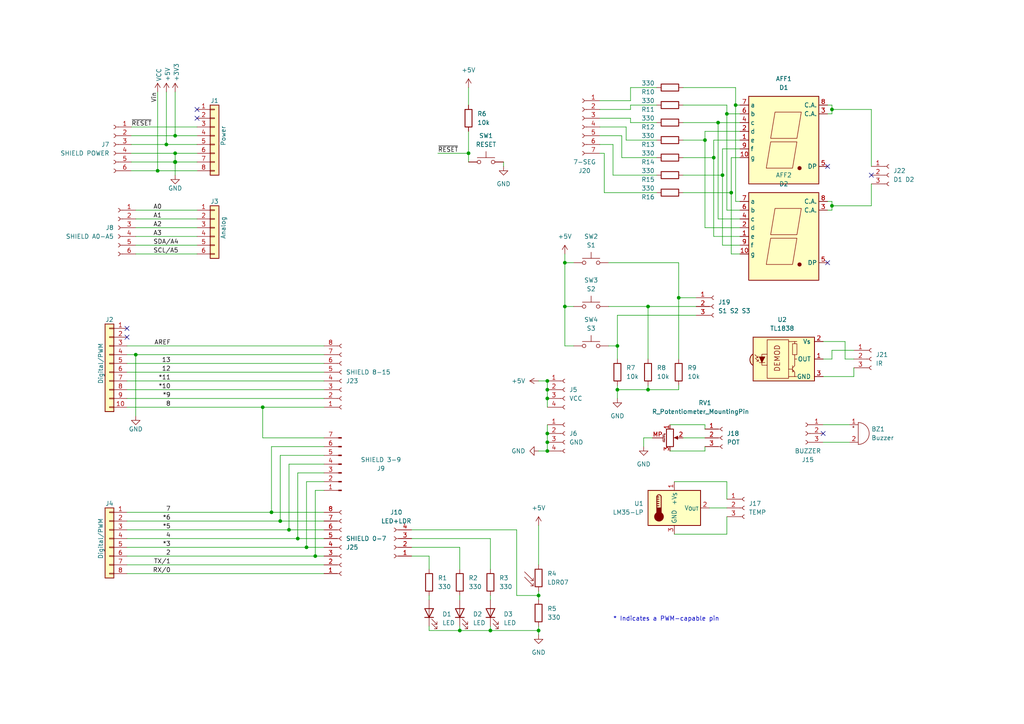
<source format=kicad_sch>
(kicad_sch (version 20230121) (generator eeschema)
  (paper "A4")
  (title_block (date "mar. 31 mars 2015"))
  (lib_symbols
    (symbol "Connector:Conn_01x03_Socket" (pin_names (offset 1.016) hide)
      (property "Reference" "J" (at 0 5.08 0))
      (property "Value" "Conn_01x03_Socket" (at 0 -5.08 0))
      (symbol "Conn_01x03_Socket_1_1"
        (pin passive line (at -5.08 2.54 0) (length 3.81) (name "Pin_1") (number "1"))
        (pin passive line (at -5.08 0 0) (length 3.81) (name "Pin_2") (number "2"))
        (pin passive line (at -5.08 -2.54 0) (length 3.81) (name "Pin_3") (number "3"))
      )
    )
    (symbol "Connector:Conn_01x04_Socket" (pin_names (offset 1.016) hide)
      (property "Reference" "J" (at 0 5.08 0))
      (property "Value" "Conn_01x04_Socket" (at 0 -7.62 0))
      (symbol "Conn_01x04_Socket_1_1"
        (pin passive line (at -5.08 2.54 0) (length 3.81) (name "Pin_1") (number "1"))
        (pin passive line (at -5.08 0 0) (length 3.81) (name "Pin_2") (number "2"))
        (pin passive line (at -5.08 -2.54 0) (length 3.81) (name "Pin_3") (number "3"))
        (pin passive line (at -5.08 -5.08 0) (length 3.81) (name "Pin_4") (number "4"))
      )
    )
    (symbol "Connector:Conn_01x06_Socket" (pin_names (offset 1.016) hide)
      (property "Reference" "J" (at 0 7.62 0))
      (property "Value" "Conn_01x06_Socket" (at 0 -10.16 0))
      (symbol "Conn_01x06_Socket_1_1"
        (pin passive line (at -5.08 5.08 0) (length 3.81) (name "Pin_1") (number "1"))
        (pin passive line (at -5.08 2.54 0) (length 3.81) (name "Pin_2") (number "2"))
        (pin passive line (at -5.08 0 0) (length 3.81) (name "Pin_3") (number "3"))
        (pin passive line (at -5.08 -2.54 0) (length 3.81) (name "Pin_4") (number "4"))
        (pin passive line (at -5.08 -5.08 0) (length 3.81) (name "Pin_5") (number "5"))
        (pin passive line (at -5.08 -7.62 0) (length 3.81) (name "Pin_6") (number "6"))
      )
    )
    (symbol "Connector:Conn_01x07_Pin" (pin_names (offset 1.016) hide)
      (property "Reference" "J" (at 0 10.16 0))
      (property "Value" "Conn_01x07_Pin" (at 0 -10.16 0))
      (symbol "Conn_01x07_Pin_1_1"
        (pin passive line (at 5.08 7.62 180) (length 3.81) (name "Pin_1") (number "1"))
        (pin passive line (at 5.08 5.08 180) (length 3.81) (name "Pin_2") (number "2"))
        (pin passive line (at 5.08 2.54 180) (length 3.81) (name "Pin_3") (number "3"))
        (pin passive line (at 5.08 0 180) (length 3.81) (name "Pin_4") (number "4"))
        (pin passive line (at 5.08 -2.54 180) (length 3.81) (name "Pin_5") (number "5"))
        (pin passive line (at 5.08 -5.08 180) (length 3.81) (name "Pin_6") (number "6"))
        (pin passive line (at 5.08 -7.62 180) (length 3.81) (name "Pin_7") (number "7"))
      )
    )
    (symbol "Connector:Conn_01x07_Socket" (pin_names (offset 1.016) hide)
      (property "Reference" "J" (at 0 10.16 0))
      (property "Value" "Conn_01x07_Socket" (at 0 -10.16 0))
      (symbol "Conn_01x07_Socket_1_1"
        (pin passive line (at -5.08 7.62 0) (length 3.81) (name "Pin_1") (number "1"))
        (pin passive line (at -5.08 5.08 0) (length 3.81) (name "Pin_2") (number "2"))
        (pin passive line (at -5.08 2.54 0) (length 3.81) (name "Pin_3") (number "3"))
        (pin passive line (at -5.08 0 0) (length 3.81) (name "Pin_4") (number "4"))
        (pin passive line (at -5.08 -2.54 0) (length 3.81) (name "Pin_5") (number "5"))
        (pin passive line (at -5.08 -5.08 0) (length 3.81) (name "Pin_6") (number "6"))
        (pin passive line (at -5.08 -7.62 0) (length 3.81) (name "Pin_7") (number "7"))
      )
    )
    (symbol "Connector:Conn_01x08_Socket" (pin_names (offset 1.016) hide)
      (property "Reference" "J" (at 0 10.16 0))
      (property "Value" "Conn_01x08_Socket" (at 0 -12.7 0))
      (symbol "Conn_01x08_Socket_1_1"
        (pin passive line (at -5.08 7.62 0) (length 3.81) (name "Pin_1") (number "1"))
        (pin passive line (at -5.08 5.08 0) (length 3.81) (name "Pin_2") (number "2"))
        (pin passive line (at -5.08 2.54 0) (length 3.81) (name "Pin_3") (number "3"))
        (pin passive line (at -5.08 0 0) (length 3.81) (name "Pin_4") (number "4"))
        (pin passive line (at -5.08 -2.54 0) (length 3.81) (name "Pin_5") (number "5"))
        (pin passive line (at -5.08 -5.08 0) (length 3.81) (name "Pin_6") (number "6"))
        (pin passive line (at -5.08 -7.62 0) (length 3.81) (name "Pin_7") (number "7"))
        (pin passive line (at -5.08 -10.16 0) (length 3.81) (name "Pin_8") (number "8"))
      )
    )
    (symbol "Connector_Generic:Conn_01x06" (pin_names (offset 1.016) hide)
      (property "Reference" "J" (at 0 7.62 0))
      (property "Value" "Conn_01x06" (at 0 -10.16 0))
      (symbol "Conn_01x06_1_1"
        (pin passive line (at -5.08 5.08 0) (length 3.81) (name "Pin_1") (number "1"))
        (pin passive line (at -5.08 2.54 0) (length 3.81) (name "Pin_2") (number "2"))
        (pin passive line (at -5.08 0 0) (length 3.81) (name "Pin_3") (number "3"))
        (pin passive line (at -5.08 -2.54 0) (length 3.81) (name "Pin_4") (number "4"))
        (pin passive line (at -5.08 -5.08 0) (length 3.81) (name "Pin_5") (number "5"))
        (pin passive line (at -5.08 -7.62 0) (length 3.81) (name "Pin_6") (number "6"))
      )
    )
    (symbol "Connector_Generic:Conn_01x08" (pin_names (offset 1.016) hide)
      (property "Reference" "J" (at 0 10.16 0))
      (property "Value" "Conn_01x08" (at 0 -12.7 0))
      (symbol "Conn_01x08_1_1"
        (pin passive line (at -5.08 7.62 0) (length 3.81) (name "Pin_1") (number "1"))
        (pin passive line (at -5.08 5.08 0) (length 3.81) (name "Pin_2") (number "2"))
        (pin passive line (at -5.08 2.54 0) (length 3.81) (name "Pin_3") (number "3"))
        (pin passive line (at -5.08 0 0) (length 3.81) (name "Pin_4") (number "4"))
        (pin passive line (at -5.08 -2.54 0) (length 3.81) (name "Pin_5") (number "5"))
        (pin passive line (at -5.08 -5.08 0) (length 3.81) (name "Pin_6") (number "6"))
        (pin passive line (at -5.08 -7.62 0) (length 3.81) (name "Pin_7") (number "7"))
        (pin passive line (at -5.08 -10.16 0) (length 3.81) (name "Pin_8") (number "8"))
      )
    )
    (symbol "Connector_Generic:Conn_01x10" (pin_names (offset 1.016) hide)
      (property "Reference" "J" (at 0 12.7 0))
      (property "Value" "Conn_01x10" (at 0 -15.24 0))
      (symbol "Conn_01x10_1_1"
        (pin passive line (at -5.08 10.16 0) (length 3.81) (name "Pin_1") (number "1"))
        (pin passive line (at -5.08 -12.7 0) (length 3.81) (name "Pin_10") (number "10"))
        (pin passive line (at -5.08 7.62 0) (length 3.81) (name "Pin_2") (number "2"))
        (pin passive line (at -5.08 5.08 0) (length 3.81) (name "Pin_3") (number "3"))
        (pin passive line (at -5.08 2.54 0) (length 3.81) (name "Pin_4") (number "4"))
        (pin passive line (at -5.08 0 0) (length 3.81) (name "Pin_5") (number "5"))
        (pin passive line (at -5.08 -2.54 0) (length 3.81) (name "Pin_6") (number "6"))
        (pin passive line (at -5.08 -5.08 0) (length 3.81) (name "Pin_7") (number "7"))
        (pin passive line (at -5.08 -7.62 0) (length 3.81) (name "Pin_8") (number "8"))
        (pin passive line (at -5.08 -10.16 0) (length 3.81) (name "Pin_9") (number "9"))
      )
    )
    (symbol "Device:Buzzer" (pin_names (offset 0.0254) hide)
      (property "Reference" "BZ" (at 3.81 1.27 0))
      (property "Value" "Buzzer" (at 3.81 -1.27 0))
      (symbol "Buzzer_1_1"
        (pin passive line (at -2.54 2.54 0) (length 2.54) (name "-") (number "1"))
        (pin passive line (at -2.54 -2.54 0) (length 2.54) (name "+") (number "2"))
      )
    )
    (symbol "Device:LED" (pin_numbers hide) (pin_names (offset 1.016) hide)
      (property "Reference" "D" (at 0 2.54 0))
      (property "Value" "LED" (at 0 -2.54 0))
      (symbol "LED_1_1"
        (pin passive line (at -3.81 0 0) (length 2.54) (name "K") (number "1"))
        (pin passive line (at 3.81 0 180) (length 2.54) (name "A") (number "2"))
      )
    )
    (symbol "Device:R" (pin_numbers hide) (pin_names (offset 0))
      (property "Reference" "R" (at 2.032 0 90))
      (property "Value" "R" (at 0 0 90))
      (symbol "R_1_1"
        (pin passive line (at 0 3.81 270) (length 1.27) (name "~") (number "1"))
        (pin passive line (at 0 -3.81 90) (length 1.27) (name "~") (number "2"))
      )
    )
    (symbol "Device:R_Potentiometer_MountingPin" (pin_names (offset 1.016) hide)
      (property "Reference" "RV" (at -8.255 0 90))
      (property "Value" "R_Potentiometer_MountingPin" (at -6.35 0 90))
      (symbol "R_Potentiometer_MountingPin_1_1"
        (text "Mounting" (at -1.651 0 900) (effects (font (size 0.381 0.381))))
        (pin passive line (at 0 3.81 270) (length 1.27) (name "1") (number "1"))
        (pin passive line (at 3.81 0 180) (length 1.27) (name "2") (number "2"))
        (pin passive line (at 0 -3.81 90) (length 1.27) (name "3") (number "3"))
        (pin passive line (at -5.08 0 0) (length 3.048) (name "MountPin") (number "MP"))
      )
    )
    (symbol "Display_Character:LTS-6960HR"
      (property "Reference" "AFF" (at -7.874 13.97 0))
      (property "Value" "LTS-6960HR" (at -2.032 13.97 0))
      (symbol "LTS-6960HR_1_1"
        (pin passive line (at -12.7 0 0) (length 2.54) (name "e") (number "1"))
        (pin passive line (at -12.7 -5.08 0) (length 2.54) (name "g") (number "10"))
        (pin passive line (at -12.7 2.54 0) (length 2.54) (name "d") (number "2"))
        (pin passive line (at 12.7 7.62 180) (length 2.54) (name "C.A.") (number "3"))
        (pin passive line (at -12.7 5.08 0) (length 2.54) (name "c") (number "4"))
        (pin passive line (at 12.7 -7.62 180) (length 2.54) (name "DP") (number "5"))
        (pin passive line (at -12.7 7.62 0) (length 2.54) (name "b") (number "6"))
        (pin passive line (at -12.7 10.16 0) (length 2.54) (name "a") (number "7"))
        (pin passive line (at 12.7 10.16 180) (length 2.54) (name "C.A.") (number "8"))
        (pin passive line (at -12.7 -2.54 0) (length 2.54) (name "f") (number "9"))
      )
    )
    (symbol "Interface_Optical:TSOP21xx" (pin_names (offset 1.016))
      (property "Reference" "U" (at -10.16 7.62 0))
      (property "Value" "TSOP21xx" (at -10.16 -7.62 0))
      (symbol "TSOP21xx_0_0"
        (text "DEMOD" (at -3.175 0.254 900) (effects (font (size 1.524 1.524))))
      )
      (symbol "TSOP21xx_1_1"
        (pin output line (at 10.16 0 180) (length 2.54) (name "OUT") (number "1"))
        (pin power_in line (at 10.16 5.08 180) (length 2.54) (name "Vs") (number "2"))
        (pin power_in line (at 10.16 -5.08 180) (length 2.54) (name "GND") (number "3"))
      )
    )
    (symbol "Sensor_Optical:LDR07" (pin_numbers hide) (pin_names (offset 0))
      (property "Reference" "R" (at -5.08 0 90))
      (property "Value" "LDR07" (at 1.905 0 90))
      (symbol "LDR07_1_1"
        (pin passive line (at 0 3.81 270) (length 1.27) (name "~") (number "1"))
        (pin passive line (at 0 -3.81 90) (length 1.27) (name "~") (number "2"))
      )
    )
    (symbol "Sensor_Temperature:LM35-LP"
      (property "Reference" "U" (at -6.35 6.35 0))
      (property "Value" "LM35-LP" (at 1.27 6.35 0))
      (symbol "LM35-LP_1_1"
        (pin power_in line (at 0 7.62 270) (length 2.54) (name "+V_{S}") (number "1"))
        (pin output line (at 10.16 0 180) (length 2.54) (name "V_{OUT}") (number "2"))
        (pin power_in line (at 0 -7.62 90) (length 2.54) (name "GND") (number "3"))
      )
    )
    (symbol "Switch:SW_Push" (pin_numbers hide) (pin_names (offset 1.016) hide)
      (property "Reference" "SW" (at 1.27 2.54 0))
      (property "Value" "SW_Push" (at 0 -1.524 0))
      (symbol "SW_Push_0_1"
        (pin passive line (at -5.08 0 0) (length 2.54) (name "1") (number "1"))
        (pin passive line (at 5.08 0 180) (length 2.54) (name "2") (number "2"))
      )
    )
    (symbol "power:+3V3" (power) (pin_names (offset 0))
      (property "Value" "+3V3" (at 0 3.556 0))
      (symbol "+3V3_1_1"
        (pin power_in line (at 0 0 90) (length 0) hide (name "+3V3") (number "1"))
      )
    )
    (symbol "power:+5V" (power) (pin_names (offset 0))
      (property "Value" "+5V" (at 0 3.556 0))
      (symbol "+5V_1_1"
        (pin power_in line (at 0 0 90) (length 0) hide (name "+5V") (number "1"))
      )
    )
    (symbol "power:GND" (power) (pin_names (offset 0))
      (property "Value" "GND" (at 0 -3.81 0))
      (symbol "GND_1_1"
        (pin power_in line (at 0 0 270) (length 0) hide (name "GND") (number "1"))
      )
    )
    (symbol "power:VCC" (power) (pin_names (offset 0))
      (property "Value" "VCC" (at 0 3.81 0))
      (symbol "VCC_1_1"
        (pin power_in line (at 0 0 90) (length 0) hide (name "VCC") (number "1"))
      )
    )
  )
  (junction (at 88.9 158.75))
  (junction (at 76.2 118.11))
  (junction (at 86.36 156.21))
  (junction (at 91.44 161.29))
  (junction (at 179.07 113.03))
  (junction (at 210.82 33.02))
  (junction (at 163.83 76.2))
  (junction (at 39.37 102.87))
  (junction (at 158.75 125.73))
  (junction (at 158.75 113.03))
  (junction (at 135.89 44.45))
  (junction (at 212.09 55.88))
  (junction (at 50.8 46.99) (diameter 1.016))
  (junction (at 45.72 49.53))
  (junction (at 179.07 100.33))
  (junction (at 50.8 39.37))
  (junction (at 133.35 182.88))
  (junction (at 83.82 153.67))
  (junction (at 158.75 115.57))
  (junction (at 207.01 45.72))
  (junction (at 241.3 59.69))
  (junction (at 187.96 88.9))
  (junction (at 78.74 148.59))
  (junction (at 158.75 110.49))
  (junction (at 156.21 182.88))
  (junction (at 241.3 31.75))
  (junction (at 204.47 40.64))
  (junction (at 187.96 113.03))
  (junction (at 48.26 41.91))
  (junction (at 81.28 151.13))
  (junction (at 213.36 30.48))
  (junction (at 50.8 44.45))
  (junction (at 163.83 88.9))
  (junction (at 209.55 50.8))
  (junction (at 196.85 86.36))
  (junction (at 208.28 35.56))
  (junction (at 158.75 130.81))
  (junction (at 156.21 172.72))
  (junction (at 142.24 182.88))
  (junction (at 158.75 128.27))
  (no_connect (at 252.73 50.8))
  (no_connect (at 36.83 97.79))
  (no_connect (at 57.15 34.29))
  (no_connect (at 238.76 125.73))
  (no_connect (at 57.15 31.75))
  (no_connect (at 240.03 48.26))
  (no_connect (at 240.03 76.2))
  (no_connect (at 36.83 95.25))
  (wire (pts (xy 196.85 86.36) (xy 196.85 104.14)))
  (wire (pts (xy 173.99 39.37) (xy 180.34 39.37)))
  (wire (pts (xy 181.61 40.64) (xy 181.61 36.83)))
  (wire (pts (xy 81.28 151.13) (xy 93.98 151.13)))
  (wire (pts (xy 39.37 68.58) (xy 57.15 68.58)))
  (wire (pts (xy 39.37 102.87) (xy 93.98 102.87)))
  (wire (pts (xy 241.3 30.48) (xy 241.3 31.75)))
  (wire (pts (xy 214.63 63.5) (xy 208.28 63.5)))
  (wire (pts (xy 177.8 50.8) (xy 190.5 50.8)))
  (wire (pts (xy 36.83 113.03) (xy 93.98 113.03)))
  (wire (pts (xy 196.85 111.76) (xy 196.85 113.03)))
  (wire (pts (xy 91.44 142.24) (xy 93.98 142.24)))
  (wire (pts (xy 213.36 30.48) (xy 214.63 30.48)))
  (wire (pts (xy 196.85 113.03) (xy 187.96 113.03)))
  (wire (pts (xy 78.74 148.59) (xy 93.98 148.59)))
  (wire (pts (xy 182.88 34.29) (xy 182.88 35.56)))
  (wire (pts (xy 88.9 139.7) (xy 93.98 139.7)))
  (wire (pts (xy 163.83 73.66) (xy 163.83 76.2)))
  (wire (pts (xy 214.63 43.18) (xy 209.55 43.18)))
  (wire (pts (xy 210.82 139.7) (xy 210.82 144.78)))
  (wire (pts (xy 36.83 156.21) (xy 86.36 156.21)))
  (wire (pts (xy 181.61 36.83) (xy 173.99 36.83)))
  (wire (pts (xy 173.99 41.91) (xy 177.8 41.91)))
  (wire (pts (xy 50.8 44.45) (xy 50.8 46.99)))
  (wire (pts (xy 194.31 130.81) (xy 204.47 130.81)))
  (wire (pts (xy 179.07 100.33) (xy 179.07 104.14)))
  (wire (pts (xy 175.26 44.45) (xy 175.26 55.88)))
  (wire (pts (xy 39.37 73.66) (xy 57.15 73.66)))
  (wire (pts (xy 124.46 172.72) (xy 124.46 173.99)))
  (wire (pts (xy 86.36 137.16) (xy 93.98 137.16)))
  (wire (pts (xy 198.12 25.4) (xy 213.36 25.4)))
  (wire (pts (xy 158.75 125.73) (xy 158.75 128.27)))
  (wire (pts (xy 187.96 88.9) (xy 201.93 88.9)))
  (wire (pts (xy 38.1 44.45) (xy 50.8 44.45)))
  (wire (pts (xy 156.21 172.72) (xy 156.21 173.99)))
  (wire (pts (xy 142.24 182.88) (xy 156.21 182.88)))
  (wire (pts (xy 124.46 161.29) (xy 124.46 165.1)))
  (wire (pts (xy 207.01 68.58) (xy 207.01 45.72)))
  (wire (pts (xy 175.26 55.88) (xy 190.5 55.88)))
  (wire (pts (xy 50.8 46.99) (xy 50.8 50.8)))
  (wire (pts (xy 209.55 71.12) (xy 209.55 50.8)))
  (wire (pts (xy 50.8 39.37) (xy 57.15 39.37)))
  (wire (pts (xy 252.73 59.69) (xy 241.3 59.69)))
  (wire (pts (xy 252.73 31.75) (xy 241.3 31.75)))
  (wire (pts (xy 48.26 41.91) (xy 57.15 41.91)))
  (wire (pts (xy 176.53 76.2) (xy 196.85 76.2)))
  (wire (pts (xy 48.26 26.67) (xy 48.26 41.91)))
  (wire (pts (xy 88.9 139.7) (xy 88.9 158.75)))
  (wire (pts (xy 204.47 66.04) (xy 204.47 40.64)))
  (wire (pts (xy 83.82 134.62) (xy 83.82 153.67)))
  (wire (pts (xy 133.35 158.75) (xy 133.35 165.1)))
  (wire (pts (xy 124.46 161.29) (xy 119.38 161.29)))
  (wire (pts (xy 182.88 35.56) (xy 190.5 35.56)))
  (wire (pts (xy 194.31 123.19) (xy 204.47 123.19)))
  (wire (pts (xy 212.09 45.72) (xy 214.63 45.72)))
  (wire (pts (xy 36.83 105.41) (xy 93.98 105.41)))
  (wire (pts (xy 50.8 26.67) (xy 50.8 39.37)))
  (wire (pts (xy 36.83 118.11) (xy 76.2 118.11)))
  (wire (pts (xy 36.83 148.59) (xy 78.74 148.59)))
  (wire (pts (xy 186.69 127) (xy 189.23 127)))
  (wire (pts (xy 135.89 38.1) (xy 135.89 44.45)))
  (wire (pts (xy 127 44.45) (xy 135.89 44.45)))
  (wire (pts (xy 198.12 55.88) (xy 212.09 55.88)))
  (wire (pts (xy 78.74 129.54) (xy 78.74 148.59)))
  (wire (pts (xy 158.75 113.03) (xy 158.75 115.57)))
  (wire (pts (xy 57.15 60.96) (xy 39.37 60.96)))
  (wire (pts (xy 36.83 107.95) (xy 93.98 107.95)))
  (wire (pts (xy 36.83 115.57) (xy 93.98 115.57)))
  (wire (pts (xy 179.07 91.44) (xy 179.07 100.33)))
  (wire (pts (xy 133.35 181.61) (xy 133.35 182.88)))
  (wire (pts (xy 241.3 58.42) (xy 240.03 58.42)))
  (wire (pts (xy 36.83 151.13) (xy 81.28 151.13)))
  (wire (pts (xy 196.85 76.2) (xy 196.85 86.36)))
  (wire (pts (xy 173.99 34.29) (xy 182.88 34.29)))
  (wire (pts (xy 240.03 60.96) (xy 241.3 60.96)))
  (wire (pts (xy 241.3 101.6) (xy 247.65 101.6)))
  (wire (pts (xy 204.47 38.1) (xy 214.63 38.1)))
  (wire (pts (xy 204.47 40.64) (xy 204.47 38.1)))
  (wire (pts (xy 158.75 128.27) (xy 158.75 130.81)))
  (wire (pts (xy 214.63 58.42) (xy 213.36 58.42)))
  (wire (pts (xy 173.99 44.45) (xy 175.26 44.45)))
  (wire (pts (xy 182.88 25.4) (xy 190.5 25.4)))
  (wire (pts (xy 135.89 25.4) (xy 135.89 30.48)))
  (wire (pts (xy 39.37 66.04) (xy 57.15 66.04)))
  (wire (pts (xy 241.3 59.69) (xy 241.3 58.42)))
  (wire (pts (xy 76.2 127) (xy 93.98 127)))
  (wire (pts (xy 241.3 104.14) (xy 241.3 101.6)))
  (wire (pts (xy 195.58 139.7) (xy 210.82 139.7)))
  (wire (pts (xy 142.24 172.72) (xy 142.24 173.99)))
  (wire (pts (xy 207.01 40.64) (xy 207.01 45.72)))
  (wire (pts (xy 119.38 153.67) (xy 149.86 153.67)))
  (wire (pts (xy 241.3 60.96) (xy 241.3 59.69)))
  (wire (pts (xy 81.28 132.08) (xy 93.98 132.08)))
  (wire (pts (xy 208.28 63.5) (xy 208.28 35.56)))
  (wire (pts (xy 158.75 110.49) (xy 158.75 113.03)))
  (wire (pts (xy 163.83 88.9) (xy 163.83 76.2)))
  (wire (pts (xy 133.35 172.72) (xy 133.35 173.99)))
  (wire (pts (xy 238.76 123.19) (xy 246.38 123.19)))
  (wire (pts (xy 38.1 46.99) (xy 50.8 46.99)))
  (wire (pts (xy 209.55 43.18) (xy 209.55 50.8)))
  (wire (pts (xy 176.53 100.33) (xy 179.07 100.33)))
  (wire (pts (xy 156.21 182.88) (xy 156.21 184.15)))
  (wire (pts (xy 252.73 53.34) (xy 252.73 59.69)))
  (wire (pts (xy 124.46 182.88) (xy 133.35 182.88)))
  (wire (pts (xy 205.74 147.32) (xy 210.82 147.32)))
  (wire (pts (xy 76.2 127) (xy 76.2 118.11)))
  (wire (pts (xy 86.36 156.21) (xy 93.98 156.21)))
  (wire (pts (xy 81.28 132.08) (xy 81.28 151.13)))
  (wire (pts (xy 208.28 35.56) (xy 214.63 35.56)))
  (wire (pts (xy 210.82 30.48) (xy 210.82 33.02)))
  (wire (pts (xy 245.11 104.14) (xy 247.65 104.14)))
  (wire (pts (xy 212.09 55.88) (xy 212.09 45.72)))
  (wire (pts (xy 39.37 102.87) (xy 39.37 120.65)))
  (wire (pts (xy 163.83 76.2) (xy 166.37 76.2)))
  (wire (pts (xy 149.86 172.72) (xy 156.21 172.72)))
  (wire (pts (xy 204.47 123.19) (xy 204.47 124.46)))
  (wire (pts (xy 187.96 111.76) (xy 187.96 113.03)))
  (wire (pts (xy 36.83 100.33) (xy 93.98 100.33)))
  (wire (pts (xy 212.09 73.66) (xy 212.09 55.88)))
  (wire (pts (xy 240.03 30.48) (xy 241.3 30.48)))
  (wire (pts (xy 38.1 39.37) (xy 50.8 39.37)))
  (wire (pts (xy 238.76 128.27) (xy 246.38 128.27)))
  (wire (pts (xy 156.21 110.49) (xy 158.75 110.49)))
  (wire (pts (xy 135.89 46.99) (xy 135.89 44.45)))
  (wire (pts (xy 38.1 36.83) (xy 57.15 36.83)))
  (wire (pts (xy 207.01 45.72) (xy 198.12 45.72)))
  (wire (pts (xy 76.2 118.11) (xy 93.98 118.11)))
  (wire (pts (xy 142.24 181.61) (xy 142.24 182.88)))
  (wire (pts (xy 57.15 46.99) (xy 50.8 46.99)))
  (wire (pts (xy 36.83 163.83) (xy 93.98 163.83)))
  (wire (pts (xy 36.83 158.75) (xy 88.9 158.75)))
  (wire (pts (xy 149.86 153.67) (xy 149.86 172.72)))
  (wire (pts (xy 238.76 104.14) (xy 241.3 104.14)))
  (wire (pts (xy 91.44 142.24) (xy 91.44 161.29)))
  (wire (pts (xy 187.96 113.03) (xy 179.07 113.03)))
  (wire (pts (xy 36.83 161.29) (xy 91.44 161.29)))
  (wire (pts (xy 142.24 156.21) (xy 119.38 156.21)))
  (wire (pts (xy 91.44 161.29) (xy 93.98 161.29)))
  (wire (pts (xy 210.82 33.02) (xy 214.63 33.02)))
  (wire (pts (xy 57.15 49.53) (xy 45.72 49.53)))
  (wire (pts (xy 182.88 31.75) (xy 173.99 31.75)))
  (wire (pts (xy 195.58 154.94) (xy 210.82 154.94)))
  (wire (pts (xy 39.37 63.5) (xy 57.15 63.5)))
  (wire (pts (xy 156.21 152.4) (xy 156.21 163.83)))
  (wire (pts (xy 214.63 73.66) (xy 212.09 73.66)))
  (wire (pts (xy 198.12 127) (xy 204.47 127)))
  (wire (pts (xy 156.21 171.45) (xy 156.21 172.72)))
  (wire (pts (xy 196.85 86.36) (xy 201.93 86.36)))
  (wire (pts (xy 36.83 166.37) (xy 93.98 166.37)))
  (wire (pts (xy 214.63 40.64) (xy 207.01 40.64)))
  (wire (pts (xy 38.1 49.53) (xy 45.72 49.53)))
  (wire (pts (xy 156.21 181.61) (xy 156.21 182.88)))
  (wire (pts (xy 214.63 71.12) (xy 209.55 71.12)))
  (wire (pts (xy 36.83 102.87) (xy 39.37 102.87)))
  (wire (pts (xy 190.5 40.64) (xy 181.61 40.64)))
  (wire (pts (xy 57.15 44.45) (xy 50.8 44.45)))
  (wire (pts (xy 213.36 58.42) (xy 213.36 30.48)))
  (wire (pts (xy 158.75 123.19) (xy 158.75 125.73)))
  (wire (pts (xy 182.88 30.48) (xy 182.88 31.75)))
  (wire (pts (xy 182.88 29.21) (xy 182.88 25.4)))
  (wire (pts (xy 36.83 110.49) (xy 93.98 110.49)))
  (wire (pts (xy 214.63 68.58) (xy 207.01 68.58)))
  (wire (pts (xy 88.9 158.75) (xy 93.98 158.75)))
  (wire (pts (xy 177.8 41.91) (xy 177.8 50.8)))
  (wire (pts (xy 146.05 46.99) (xy 146.05 48.26)))
  (wire (pts (xy 133.35 182.88) (xy 142.24 182.88)))
  (wire (pts (xy 133.35 158.75) (xy 119.38 158.75)))
  (wire (pts (xy 166.37 88.9) (xy 163.83 88.9)))
  (wire (pts (xy 179.07 111.76) (xy 179.07 113.03)))
  (wire (pts (xy 238.76 99.06) (xy 245.11 99.06)))
  (wire (pts (xy 247.65 106.68) (xy 247.65 109.22)))
  (wire (pts (xy 210.82 60.96) (xy 210.82 33.02)))
  (wire (pts (xy 124.46 181.61) (xy 124.46 182.88)))
  (wire (pts (xy 36.83 153.67) (xy 83.82 153.67)))
  (wire (pts (xy 201.93 91.44) (xy 179.07 91.44)))
  (wire (pts (xy 176.53 88.9) (xy 187.96 88.9)))
  (wire (pts (xy 209.55 50.8) (xy 198.12 50.8)))
  (wire (pts (xy 158.75 115.57) (xy 158.75 118.11)))
  (wire (pts (xy 187.96 88.9) (xy 187.96 104.14)))
  (wire (pts (xy 83.82 134.62) (xy 93.98 134.62)))
  (wire (pts (xy 179.07 113.03) (xy 179.07 115.57)))
  (wire (pts (xy 204.47 130.81) (xy 204.47 129.54)))
  (wire (pts (xy 238.76 109.22) (xy 247.65 109.22)))
  (wire (pts (xy 156.21 130.81) (xy 158.75 130.81)))
  (wire (pts (xy 198.12 30.48) (xy 210.82 30.48)))
  (wire (pts (xy 252.73 48.26) (xy 252.73 31.75)))
  (wire (pts (xy 78.74 129.54) (xy 93.98 129.54)))
  (wire (pts (xy 241.3 33.02) (xy 240.03 33.02)))
  (wire (pts (xy 38.1 41.91) (xy 48.26 41.91)))
  (wire (pts (xy 142.24 156.21) (xy 142.24 165.1)))
  (wire (pts (xy 214.63 66.04) (xy 204.47 66.04)))
  (wire (pts (xy 180.34 39.37) (xy 180.34 45.72)))
  (wire (pts (xy 163.83 100.33) (xy 163.83 88.9)))
  (wire (pts (xy 213.36 25.4) (xy 213.36 30.48)))
  (wire (pts (xy 180.34 45.72) (xy 190.5 45.72)))
  (wire (pts (xy 198.12 35.56) (xy 208.28 35.56)))
  (wire (pts (xy 245.11 99.06) (xy 245.11 104.14)))
  (wire (pts (xy 86.36 137.16) (xy 86.36 156.21)))
  (wire (pts (xy 214.63 60.96) (xy 210.82 60.96)))
  (wire (pts (xy 198.12 40.64) (xy 204.47 40.64)))
  (wire (pts (xy 173.99 29.21) (xy 182.88 29.21)))
  (wire (pts (xy 186.69 129.54) (xy 186.69 127)))
  (wire (pts (xy 241.3 31.75) (xy 241.3 33.02)))
  (wire (pts (xy 210.82 154.94) (xy 210.82 149.86)))
  (wire (pts (xy 83.82 153.67) (xy 93.98 153.67)))
  (wire (pts (xy 190.5 30.48) (xy 182.88 30.48)))
  (wire (pts (xy 45.72 49.53) (xy 45.72 26.67)))
  (wire (pts (xy 166.37 100.33) (xy 163.83 100.33)))
  (wire (pts (xy 57.15 71.12) (xy 39.37 71.12)))
  (text "* Indicates a PWM-capable pin" (at 177.8 180.34 0) (effects (font (size 1.27 1.27)) (justify left bottom)))
  (label "RX{slash}0" (at 49.53 166.37 180))
  (label "~{RESET}" (at 127 44.45 0))
  (label "A2" (at 44.45 66.04 0))
  (label "4" (at 49.53 156.21 180))
  (label "2" (at 49.53 161.29 180))
  (label "A3" (at 44.45 68.58 0))
  (label "13" (at 49.53 105.41 180))
  (label "12" (at 49.53 107.95 180))
  (label "~{RESET}" (at 38.1 36.83 0))
  (label "*10" (at 49.53 113.03 180))
  (label "7" (at 49.53 148.59 180))
  (label "8" (at 49.53 118.11 180))
  (label "*11" (at 49.53 110.49 180))
  (label "*3" (at 49.53 158.75 180))
  (label "A1" (at 44.45 63.5 0))
  (label "TX{slash}1" (at 49.53 163.83 180))
  (label "A0" (at 44.45 60.96 0))
  (label "AREF" (at 49.53 100.33 180))
  (label "Vin" (at 45.72 26.67 270))
  (label "*6" (at 49.53 151.13 180))
  (label "*9" (at 49.53 115.57 180))
  (label "*5" (at 49.53 153.67 180))
  (label "SDA{slash}A4" (at 44.45 71.12 0))
  (label "SCL{slash}A5" (at 44.45 73.66 0))
  (symbol (lib_id "Connector_Generic:Conn_01x08") (at 62.23 39.37 0) (unit 1)
    (property "Reference" "J1" (at 62.23 29.21 0))
    (property "Value" "Power" (at 64.77 39.37 90))
    (property "Footprint" "Connector_PinSocket_2.54mm:PinSocket_1x08_P2.54mm_Vertical" (effects hide))
  )
  (symbol (lib_id "power:+3V3") (at 50.8 26.67 0) (unit 1)
    (property "Reference" "#PWR03" (effects hide))
    (property "Value" "+3.3V" (at 51.181 23.622 90) (effects (justify left)))
  )
  (symbol (lib_id "power:+5V") (at 48.26 26.67 0) (unit 1)
    (property "Reference" "#PWR02" (effects hide))
    (property "Value" "+5V" (at 48.6156 23.622 90) (effects (justify left)))
  )
  (symbol (lib_id "power:GND") (at 50.8 50.8 0) (unit 1)
    (property "Reference" "#PWR04" (effects hide))
    (property "Value" "GND" (at 50.8 54.61 0))
  )
  (symbol (lib_id "Connector_Generic:Conn_01x10") (at 31.75 105.41 0) (mirror y) (unit 1)
    (property "Reference" "J2" (at 31.75 92.71 0))
    (property "Value" "Digital/PWM" (at 29.21 105.41 90))
    (property "Footprint" "Connector_PinSocket_2.54mm:PinSocket_1x10_P2.54mm_Vertical" (effects hide))
  )
  (symbol (lib_id "power:GND") (at 39.37 120.65 0) (unit 1)
    (property "Reference" "#PWR05" (effects hide))
    (property "Value" "GND" (at 39.37 124.46 0))
  )
  (symbol (lib_id "Connector_Generic:Conn_01x06") (at 62.23 66.04 0) (unit 1)
    (property "Reference" "J3" (at 62.23 58.42 0))
    (property "Value" "Analog" (at 64.77 66.04 90))
    (property "Footprint" "Connector_PinSocket_2.54mm:PinSocket_1x06_P2.54mm_Vertical" (effects hide))
  )
  (symbol (lib_id "Connector_Generic:Conn_01x08") (at 31.75 156.21 0) (mirror y) (unit 1)
    (property "Reference" "J4" (at 31.75 146.05 0))
    (property "Value" "Digital/PWM" (at 29.21 156.21 90))
    (property "Footprint" "Connector_PinSocket_2.54mm:PinSocket_1x08_P2.54mm_Vertical" (effects hide))
  )
  (symbol (lib_id "Connector:Conn_01x03_Socket") (at 233.68 125.73 0) (mirror y) (unit 1)
    (property "Reference" "J15" (at 234.315 133.35 0))
    (property "Value" "BUZZER" (at 234.315 130.81 0))
    (property "Footprint" "Connector_PinSocket_2.54mm:PinSocket_1x03_P2.54mm_Vertical" (effects hide))
  )
  (symbol (lib_id "Interface_Optical:TSOP21xx") (at 228.6 104.14 0) (unit 1)
    (property "Reference" "U2" (at 226.865 92.71 0))
    (property "Value" "TL1838" (at 226.865 95.25 0))
    (property "Footprint" "OptoDevice:Vishay_MOLD-3Pin" (effects hide))
    (property "Datasheet" "http://www.vishay.com/docs/82460/tsop45.pdf" (effects hide))
  )
  (symbol (lib_id "Connector:Conn_01x08_Socket") (at 99.06 110.49 0) (mirror x) (unit 1)
    (property "Reference" "J23" (at 100.33 110.49 0) (effects (justify left)))
    (property "Value" "SHIELD 8-15" (at 100.33 107.95 0) (effects (justify left)))
    (property "Footprint" "Connector_PinSocket_2.54mm:PinSocket_1x08_P2.54mm_Vertical" (effects hide))
  )
  (symbol (lib_id "Sensor_Temperature:LM35-LP") (at 195.58 147.32 0) (unit 1)
    (property "Reference" "U1" (at 186.69 146.05 0) (effects (justify right)))
    (property "Value" "LM35-LP" (at 186.69 148.59 0) (effects (justify right)))
    (property "Footprint" "Package_TO_SOT_THT:TO-92_Inline" (effects hide))
    (property "Datasheet" "http://www.ti.com/lit/ds/symlink/lm35.pdf" (effects hide))
  )
  (symbol (lib_id "power:+5V") (at 135.89 25.4 0) (unit 1)
    (property "Reference" "#PWR08" (effects hide))
    (property "Value" "+5V" (at 135.89 20.32 0))
  )
  (symbol (lib_id "Device:R_Potentiometer_MountingPin") (at 194.31 127 0) (unit 1)
    (property "Reference" "RV1" (at 204.47 116.84 0))
    (property "Value" "R_Potentiometer_MountingPin" (at 203.2 119.38 0))
    (property "Footprint" "Potentiometer_THT:Potentiometer_Alps_RK09K_Single_Vertical" (effects hide))
  )
  (symbol (lib_id "Device:LED") (at 133.35 177.8 90) (unit 1)
    (property "Reference" "D2" (at 137.16 178.1175 90) (effects (justify right)))
    (property "Value" "LED" (at 137.16 180.6575 90) (effects (justify right)))
    (property "Footprint" "LED_THT:LED_D5.0mm" (effects hide))
  )
  (symbol (lib_id "Device:R") (at 194.31 35.56 270) (unit 1)
    (property "Reference" "R12" (at 187.96 36.83 90))
    (property "Value" "330" (at 187.96 34.29 90))
    (property "Footprint" "Resistor_SMD:R_1206_3216Metric_Pad1.30x1.75mm_HandSolder" (effects hide))
  )
  (symbol (lib_id "power:+5V") (at 163.83 73.66 0) (unit 1)
    (property "Reference" "#PWR015" (effects hide))
    (property "Value" "+5V" (at 163.83 68.58 0))
  )
  (symbol (lib_id "Connector:Conn_01x04_Socket") (at 163.83 113.03 0) (unit 1)
    (property "Reference" "J5" (at 165.1 113.03 0) (effects (justify left)))
    (property "Value" "VCC" (at 165.1 115.57 0) (effects (justify left)))
    (property "Footprint" "Connector_PinSocket_2.54mm:PinSocket_1x04_P2.54mm_Vertical" (effects hide))
  )
  (symbol (lib_id "power:GND") (at 156.21 130.81 270) (unit 1)
    (property "Reference" "#PWR07" (effects hide))
    (property "Value" "GND" (at 152.4 130.81 90) (effects (justify right)))
  )
  (symbol (lib_id "Device:R") (at 194.31 55.88 270) (unit 1)
    (property "Reference" "R16" (at 187.96 57.15 90))
    (property "Value" "330" (at 187.96 54.61 90))
    (property "Footprint" "Resistor_SMD:R_1206_3216Metric_Pad1.30x1.75mm_HandSolder" (effects hide))
  )
  (symbol (lib_id "Switch:SW_Push") (at 171.45 76.2 0) (unit 1)
    (property "Reference" "SW2" (at 171.45 68.58 0))
    (property "Value" "S1" (at 171.45 71.12 0))
    (property "Footprint" "Button_Switch_THT:SW_PUSH-12mm" (effects hide))
  )
  (symbol (lib_id "Device:R") (at 135.89 34.29 0) (unit 1)
    (property "Reference" "R6" (at 138.43 33.02 0) (effects (justify left)))
    (property "Value" "10k" (at 138.43 35.56 0) (effects (justify left)))
    (property "Footprint" "Resistor_SMD:R_1206_3216Metric_Pad1.30x1.75mm_HandSolder" (effects hide))
  )
  (symbol (lib_id "Connector:Conn_01x03_Socket") (at 257.81 50.8 0) (unit 1)
    (property "Reference" "J22" (at 259.08 49.53 0) (effects (justify left)))
    (property "Value" "D1 D2" (at 259.08 52.07 0) (effects (justify left)))
    (property "Footprint" "Connector_PinSocket_2.54mm:PinSocket_1x03_P2.54mm_Vertical" (effects hide))
  )
  (symbol (lib_id "power:VCC") (at 45.72 26.67 0) (unit 1)
    (property "Reference" "#PWR01" (effects hide))
    (property "Value" "VCC" (at 46.101 23.622 90) (effects (justify left)))
  )
  (symbol (lib_id "Connector:Conn_01x03_Socket") (at 207.01 88.9 0) (unit 1)
    (property "Reference" "J19" (at 208.28 87.63 0) (effects (justify left)))
    (property "Value" "S1 S2 S3" (at 208.28 90.17 0) (effects (justify left)))
    (property "Footprint" "Connector_PinSocket_2.54mm:PinSocket_1x03_P2.54mm_Vertical" (effects hide))
  )
  (symbol (lib_id "Device:R") (at 142.24 168.91 0) (unit 1)
    (property "Reference" "R3" (at 144.78 167.64 0) (effects (justify left)))
    (property "Value" "330" (at 144.78 170.18 0) (effects (justify left)))
    (property "Footprint" "Resistor_SMD:R_1206_3216Metric_Pad1.30x1.75mm_HandSolder" (effects hide))
  )
  (symbol (lib_id "Device:LED") (at 142.24 177.8 90) (unit 1)
    (property "Reference" "D3" (at 146.05 178.1175 90) (effects (justify right)))
    (property "Value" "LED" (at 146.05 180.6575 90) (effects (justify right)))
    (property "Footprint" "LED_THT:LED_D5.0mm" (effects hide))
  )
  (symbol (lib_id "Connector:Conn_01x07_Pin") (at 99.06 134.62 180) (unit 1)
    (property "Reference" "J9" (at 110.49 135.89 0))
    (property "Value" "SHIELD 3-9" (at 110.49 133.35 0))
    (property "Footprint" "Connector_PinSocket_2.54mm:PinSocket_1x07_P2.54mm_Vertical" (effects hide))
  )
  (symbol (lib_id "power:+5V") (at 156.21 110.49 90) (unit 1)
    (property "Reference" "#PWR06" (effects hide))
    (property "Value" "+5V" (at 152.4 110.49 90) (effects (justify left)))
  )
  (symbol (lib_id "Connector:Conn_01x07_Socket") (at 168.91 36.83 0) (mirror y) (unit 1)
    (property "Reference" "J20" (at 169.545 49.53 0))
    (property "Value" "7-SEG" (at 169.545 46.99 0))
    (property "Footprint" "Connector_PinSocket_2.54mm:PinSocket_1x07_P2.54mm_Vertical" (effects hide))
  )
  (symbol (lib_id "power:GND") (at 146.05 48.26 0) (unit 1)
    (property "Reference" "#PWR016" (effects hide))
    (property "Value" "GND" (at 146.05 53.34 0))
  )
  (symbol (lib_id "Device:R") (at 194.31 25.4 270) (unit 1)
    (property "Reference" "R10" (at 187.96 26.67 90))
    (property "Value" "330" (at 187.96 24.13 90))
    (property "Footprint" "Resistor_SMD:R_1206_3216Metric_Pad1.30x1.75mm_HandSolder" (effects hide))
  )
  (symbol (lib_id "Device:R") (at 194.31 40.64 270) (unit 1)
    (property "Reference" "R13" (at 187.96 41.91 90))
    (property "Value" "330" (at 187.96 39.37 90))
    (property "Footprint" "Resistor_SMD:R_1206_3216Metric_Pad1.30x1.75mm_HandSolder" (effects hide))
  )
  (symbol (lib_id "power:GND") (at 156.21 184.15 0) (unit 1)
    (property "Reference" "#PWR010" (effects hide))
    (property "Value" "GND" (at 156.21 189.23 0))
  )
  (symbol (lib_id "Device:R") (at 179.07 107.95 180) (unit 1)
    (property "Reference" "R7" (at 181.61 106.68 0) (effects (justify right)))
    (property "Value" "10k" (at 181.61 109.22 0) (effects (justify right)))
    (property "Footprint" "Resistor_SMD:R_1206_3216Metric_Pad1.30x1.75mm_HandSolder" (effects hide))
  )
  (symbol (lib_id "Device:R") (at 196.85 107.95 0) (unit 1)
    (property "Reference" "R9" (at 199.39 106.68 0) (effects (justify left)))
    (property "Value" "10k" (at 199.39 109.22 0) (effects (justify left)))
    (property "Footprint" "Resistor_SMD:R_1206_3216Metric_Pad1.30x1.75mm_HandSolder" (effects hide))
  )
  (symbol (lib_id "Connector:Conn_01x03_Socket") (at 209.55 127 0) (unit 1)
    (property "Reference" "J18" (at 210.82 125.73 0) (effects (justify left)))
    (property "Value" "POT" (at 210.82 128.27 0) (effects (justify left)))
    (property "Footprint" "Connector_PinSocket_2.54mm:PinSocket_1x03_P2.54mm_Vertical" (effects hide))
  )
  (symbol (lib_id "Switch:SW_Push") (at 171.45 100.33 0) (unit 1)
    (property "Reference" "SW4" (at 171.45 92.71 0))
    (property "Value" "S3" (at 171.45 95.25 0))
    (property "Footprint" "Button_Switch_THT:SW_PUSH-12mm" (effects hide))
  )
  (symbol (lib_id "Connector:Conn_01x08_Socket") (at 99.06 158.75 0) (mirror x) (unit 1)
    (property "Reference" "J25" (at 100.33 158.75 0) (effects (justify left)))
    (property "Value" "SHIELD 0-7" (at 100.33 156.21 0) (effects (justify left)))
    (property "Footprint" "Connector_PinSocket_2.54mm:PinSocket_1x08_P2.54mm_Vertical" (effects hide))
  )
  (symbol (lib_id "Display_Character:LTS-6960HR") (at 227.33 40.64 0) (unit 1)
    (property "Reference" "AFF1" (at 227.33 22.86 0))
    (property "Value" "D1" (at 227.33 25.4 0))
    (property "Footprint" "Display_7Segment:7SegmentLED_LTS6760_LTS6780" (effects hide))
    (property "Datasheet" "https://datasheet.octopart.com/LTS-6960HR-Lite-On-datasheet-11803242.pdf" (effects hide))
  )
  (symbol (lib_id "Device:Buzzer") (at 248.92 125.73 0) (unit 1)
    (property "Reference" "BZ1" (at 252.73 124.46 0) (effects (justify left)))
    (property "Value" "Buzzer" (at 252.73 127 0) (effects (justify left)))
    (property "Footprint" "Buzzer_Beeper:Buzzer_12x9.5RM7.6" (effects hide))
  )
  (symbol (lib_id "Switch:SW_Push") (at 140.97 46.99 0) (unit 1)
    (property "Reference" "SW1" (at 140.97 39.37 0))
    (property "Value" "RESET" (at 140.97 41.91 0))
    (property "Footprint" "Button_Switch_THT:SW_PUSH_6mm" (effects hide))
  )
  (symbol (lib_id "Sensor_Optical:LDR07") (at 156.21 167.64 0) (unit 1)
    (property "Reference" "R4" (at 158.75 166.37 0) (effects (justify left)))
    (property "Value" "LDR07" (at 158.75 168.91 0) (effects (justify left)))
    (property "Footprint" "OptoDevice:R_LDR_5.1x4.3mm_P3.4mm_Vertical" (effects hide))
    (property "Datasheet" "http://www.tme.eu/de/Document/f2e3ad76a925811312d226c31da4cd7e/LDR07.pdf" (effects hide))
  )
  (symbol (lib_id "Display_Character:LTS-6960HR") (at 227.33 68.58 0) (unit 1)
    (property "Reference" "AFF2" (at 227.33 50.8 0))
    (property "Value" "D2" (at 227.33 53.34 0))
    (property "Footprint" "Display_7Segment:7SegmentLED_LTS6760_LTS6780" (effects hide))
    (property "Datasheet" "https://datasheet.octopart.com/LTS-6960HR-Lite-On-datasheet-11803242.pdf" (effects hide))
  )
  (symbol (lib_id "Connector:Conn_01x06_Socket") (at 33.02 41.91 0) (mirror y) (unit 1)
    (property "Reference" "J7" (at 31.75 41.91 0) (effects (justify left)))
    (property "Value" "SHIELD POWER" (at 31.75 44.45 0) (effects (justify left)))
    (property "Footprint" "Connector_PinSocket_2.54mm:PinSocket_1x06_P2.54mm_Vertical" (effects hide))
  )
  (symbol (lib_id "Device:R") (at 194.31 45.72 270) (unit 1)
    (property "Reference" "R14" (at 187.96 46.99 90))
    (property "Value" "330" (at 187.96 44.45 90))
    (property "Footprint" "Resistor_SMD:R_1206_3216Metric_Pad1.30x1.75mm_HandSolder" (effects hide))
  )
  (symbol (lib_id "Device:R") (at 187.96 107.95 0) (unit 1)
    (property "Reference" "R8" (at 190.5 106.68 0) (effects (justify left)))
    (property "Value" "10k" (at 190.5 109.22 0) (effects (justify left)))
    (property "Footprint" "Resistor_SMD:R_1206_3216Metric_Pad1.30x1.75mm_HandSolder" (effects hide))
  )
  (symbol (lib_id "Device:R") (at 156.21 177.8 0) (unit 1)
    (property "Reference" "R5" (at 158.75 176.53 0) (effects (justify left)))
    (property "Value" "330" (at 158.75 179.07 0) (effects (justify left)))
    (property "Footprint" "Resistor_SMD:R_1206_3216Metric_Pad1.30x1.75mm_HandSolder" (effects hide))
  )
  (symbol (lib_id "Connector:Conn_01x03_Socket") (at 252.73 104.14 0) (unit 1)
    (property "Reference" "J21" (at 254 102.87 0) (effects (justify left)))
    (property "Value" "IR" (at 254 105.41 0) (effects (justify left)))
    (property "Footprint" "Connector_PinSocket_2.54mm:PinSocket_1x03_P2.54mm_Vertical" (effects hide))
  )
  (symbol (lib_id "Connector:Conn_01x06_Socket") (at 34.29 66.04 0) (mirror y) (unit 1)
    (property "Reference" "J8" (at 33.02 66.04 0) (effects (justify left)))
    (property "Value" "SHIELD A0-A5" (at 33.02 68.58 0) (effects (justify left)))
    (property "Footprint" "Connector_PinSocket_2.54mm:PinSocket_1x06_P2.54mm_Vertical" (effects hide))
  )
  (symbol (lib_id "Connector:Conn_01x04_Socket") (at 163.83 125.73 0) (unit 1)
    (property "Reference" "J6" (at 165.1 125.73 0) (effects (justify left)))
    (property "Value" "GND" (at 165.1 128.27 0) (effects (justify left)))
    (property "Footprint" "Connector_PinSocket_2.54mm:PinSocket_1x04_P2.54mm_Vertical" (effects hide))
  )
  (symbol (lib_id "Device:R") (at 194.31 50.8 270) (unit 1)
    (property "Reference" "R15" (at 187.96 52.07 90))
    (property "Value" "330" (at 187.96 49.53 90))
    (property "Footprint" "Resistor_SMD:R_1206_3216Metric_Pad1.30x1.75mm_HandSolder" (effects hide))
  )
  (symbol (lib_id "power:+5V") (at 156.21 152.4 0) (unit 1)
    (property "Reference" "#PWR09" (effects hide))
    (property "Value" "+5V" (at 156.21 147.32 0))
  )
  (symbol (lib_id "Device:R") (at 133.35 168.91 0) (unit 1)
    (property "Reference" "R2" (at 135.89 167.64 0) (effects (justify left)))
    (property "Value" "330" (at 135.89 170.18 0) (effects (justify left)))
    (property "Footprint" "Resistor_SMD:R_1206_3216Metric_Pad1.30x1.75mm_HandSolder" (effects hide))
  )
  (symbol (lib_id "Device:LED") (at 124.46 177.8 90) (unit 1)
    (property "Reference" "D1" (at 128.27 178.1175 90) (effects (justify right)))
    (property "Value" "LED" (at 128.27 180.6575 90) (effects (justify right)))
    (property "Footprint" "LED_THT:LED_D5.0mm" (effects hide))
  )
  (symbol (lib_id "Switch:SW_Push") (at 171.45 88.9 0) (unit 1)
    (property "Reference" "SW3" (at 171.45 81.28 0))
    (property "Value" "S2" (at 171.45 83.82 0))
    (property "Footprint" "Button_Switch_THT:SW_PUSH-12mm" (effects hide))
  )
  (symbol (lib_id "power:GND") (at 186.69 129.54 0) (unit 1)
    (property "Reference" "#PWR011" (effects hide))
    (property "Value" "GND" (at 186.69 134.62 0))
  )
  (symbol (lib_id "Device:R") (at 124.46 168.91 0) (unit 1)
    (property "Reference" "R1" (at 127 167.64 0) (effects (justify left)))
    (property "Value" "330" (at 127 170.18 0) (effects (justify left)))
    (property "Footprint" "Resistor_SMD:R_1206_3216Metric_Pad1.30x1.75mm_HandSolder" (effects hide))
  )
  (symbol (lib_id "Connector:Conn_01x03_Socket") (at 215.9 147.32 0) (unit 1)
    (property "Reference" "J17" (at 217.17 146.05 0) (effects (justify left)))
    (property "Value" "TEMP" (at 217.17 148.59 0) (effects (justify left)))
    (property "Footprint" "Connector_PinSocket_2.54mm:PinSocket_1x03_P2.54mm_Vertical" (effects hide))
  )
  (symbol (lib_id "Connector:Conn_01x04_Socket") (at 114.3 158.75 180) (unit 1)
    (property "Reference" "J10" (at 114.935 148.59 0))
    (property "Value" "LED+LDR" (at 114.935 151.13 0))
    (property "Footprint" "Connector_PinSocket_2.54mm:PinSocket_1x04_P2.54mm_Vertical" (effects hide))
  )
  (symbol (lib_id "Device:R") (at 194.31 30.48 270) (unit 1)
    (property "Reference" "R11" (at 187.96 31.75 90))
    (property "Value" "330" (at 187.96 29.21 90))
    (property "Footprint" "Resistor_SMD:R_1206_3216Metric_Pad1.30x1.75mm_HandSolder" (effects hide))
  )
  (symbol (lib_id "power:GND") (at 179.07 115.57 0) (unit 1)
    (property "Reference" "#PWR017" (effects hide))
    (property "Value" "GND" (at 179.07 120.65 0))
  )
)
</source>
